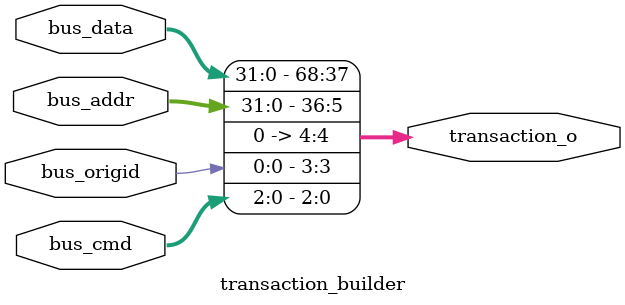
<source format=v>
`timescale 1ns / 1ps
module transaction_builder(
    input [2:0] bus_cmd,
    input bus_origid,
    input [31:0] bus_addr,
    input [31:0] bus_data,
    output [68:0] transaction_o
    );
		
		
	assign transaction_o[2:0] = bus_cmd;
	assign transaction_o[3] = bus_origid;
	assign transaction_o[4] = 1'b0;
	assign transaction_o[36:5] = bus_addr;
	assign transaction_o[68:37] = bus_data;

endmodule

</source>
